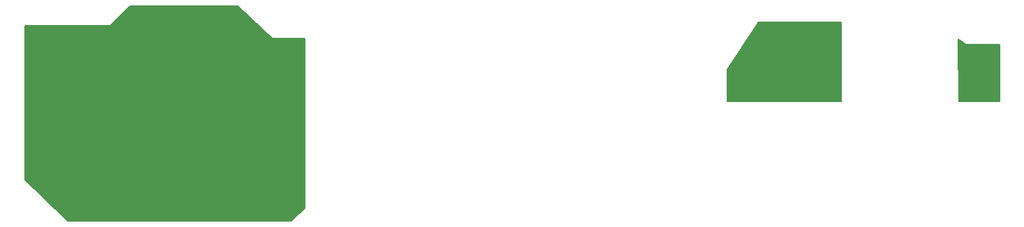
<source format=gbr>
%TF.GenerationSoftware,KiCad,Pcbnew,(6.0.4)*%
%TF.CreationDate,2022-06-19T08:58:44+02:00*%
%TF.ProjectId,n64rgb_v3,6e363472-6762-45f7-9633-2e6b69636164,20220523*%
%TF.SameCoordinates,Original*%
%TF.FileFunction,Other,User*%
%FSLAX46Y46*%
G04 Gerber Fmt 4.6, Leading zero omitted, Abs format (unit mm)*
G04 Created by KiCad (PCBNEW (6.0.4)) date 2022-06-19 08:58:44*
%MOMM*%
%LPD*%
G01*
G04 APERTURE LIST*
%ADD10C,0.150000*%
%ADD11C,0.200000*%
G04 APERTURE END LIST*
D10*
G36*
X154800000Y-114300000D02*
G01*
X159004000Y-114300000D01*
X159004000Y-121412000D01*
X153924000Y-121412000D01*
X153900000Y-113600000D01*
X154800000Y-114300000D01*
G37*
X154800000Y-114300000D02*
X159004000Y-114300000D01*
X159004000Y-121412000D01*
X153924000Y-121412000D01*
X153900000Y-113600000D01*
X154800000Y-114300000D01*
D11*
G36*
X139200000Y-121400000D02*
G01*
X125000000Y-121412000D01*
X125000000Y-117400000D01*
X128905000Y-111506000D01*
X139192000Y-111506000D01*
X139200000Y-121400000D01*
G37*
X139200000Y-121400000D02*
X125000000Y-121412000D01*
X125000000Y-117400000D01*
X128905000Y-111506000D01*
X139192000Y-111506000D01*
X139200000Y-121400000D01*
D10*
G36*
X68072000Y-113538000D02*
G01*
X72136000Y-113538000D01*
X72136000Y-134800000D01*
X70485000Y-136398000D01*
X42545000Y-136398000D01*
X37211000Y-131191000D01*
X37200000Y-111900000D01*
X47879000Y-111900000D01*
X50292000Y-109474000D01*
X63754000Y-109474000D01*
X68072000Y-113538000D01*
G37*
X68072000Y-113538000D02*
X72136000Y-113538000D01*
X72136000Y-134800000D01*
X70485000Y-136398000D01*
X42545000Y-136398000D01*
X37211000Y-131191000D01*
X37200000Y-111900000D01*
X47879000Y-111900000D01*
X50292000Y-109474000D01*
X63754000Y-109474000D01*
X68072000Y-113538000D01*
M02*

</source>
